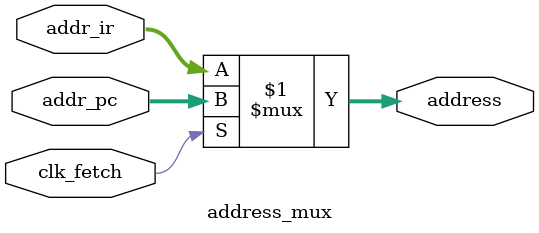
<source format=v>
/* File: address_mux.v */
`timescale 1ns / 100ps

module address_mux (
	output [12:0] address,
	input clk_fetch,
	input [12:0] addr_pc, addr_ir
	
);

assign address = (clk_fetch) ? addr_pc : addr_ir;

endmodule

</source>
